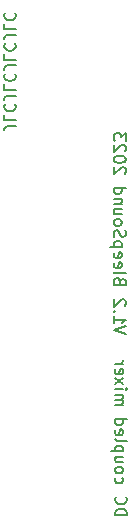
<source format=gbo>
G04 #@! TF.GenerationSoftware,KiCad,Pcbnew,7.0.7-7.0.7~ubuntu22.04.1*
G04 #@! TF.CreationDate,2023-10-13T14:43:24+01:00*
G04 #@! TF.ProjectId,Basic-DC-mixer,42617369-632d-4444-932d-6d697865722e,rev?*
G04 #@! TF.SameCoordinates,Original*
G04 #@! TF.FileFunction,Legend,Bot*
G04 #@! TF.FilePolarity,Positive*
%FSLAX46Y46*%
G04 Gerber Fmt 4.6, Leading zero omitted, Abs format (unit mm)*
G04 Created by KiCad (PCBNEW 7.0.7-7.0.7~ubuntu22.04.1) date 2023-10-13 14:43:24*
%MOMM*%
%LPD*%
G01*
G04 APERTURE LIST*
%ADD10C,0.150000*%
%ADD11C,0.100000*%
%ADD12O,6.700000X4.200000*%
G04 APERTURE END LIST*
D10*
X82445180Y-110600000D02*
X83445180Y-110600000D01*
X83445180Y-110600000D02*
X83445180Y-110361905D01*
X83445180Y-110361905D02*
X83397561Y-110219048D01*
X83397561Y-110219048D02*
X83302323Y-110123810D01*
X83302323Y-110123810D02*
X83207085Y-110076191D01*
X83207085Y-110076191D02*
X83016609Y-110028572D01*
X83016609Y-110028572D02*
X82873752Y-110028572D01*
X82873752Y-110028572D02*
X82683276Y-110076191D01*
X82683276Y-110076191D02*
X82588038Y-110123810D01*
X82588038Y-110123810D02*
X82492800Y-110219048D01*
X82492800Y-110219048D02*
X82445180Y-110361905D01*
X82445180Y-110361905D02*
X82445180Y-110600000D01*
X82540419Y-109028572D02*
X82492800Y-109076191D01*
X82492800Y-109076191D02*
X82445180Y-109219048D01*
X82445180Y-109219048D02*
X82445180Y-109314286D01*
X82445180Y-109314286D02*
X82492800Y-109457143D01*
X82492800Y-109457143D02*
X82588038Y-109552381D01*
X82588038Y-109552381D02*
X82683276Y-109600000D01*
X82683276Y-109600000D02*
X82873752Y-109647619D01*
X82873752Y-109647619D02*
X83016609Y-109647619D01*
X83016609Y-109647619D02*
X83207085Y-109600000D01*
X83207085Y-109600000D02*
X83302323Y-109552381D01*
X83302323Y-109552381D02*
X83397561Y-109457143D01*
X83397561Y-109457143D02*
X83445180Y-109314286D01*
X83445180Y-109314286D02*
X83445180Y-109219048D01*
X83445180Y-109219048D02*
X83397561Y-109076191D01*
X83397561Y-109076191D02*
X83349942Y-109028572D01*
X82492800Y-107409524D02*
X82445180Y-107504762D01*
X82445180Y-107504762D02*
X82445180Y-107695238D01*
X82445180Y-107695238D02*
X82492800Y-107790476D01*
X82492800Y-107790476D02*
X82540419Y-107838095D01*
X82540419Y-107838095D02*
X82635657Y-107885714D01*
X82635657Y-107885714D02*
X82921371Y-107885714D01*
X82921371Y-107885714D02*
X83016609Y-107838095D01*
X83016609Y-107838095D02*
X83064228Y-107790476D01*
X83064228Y-107790476D02*
X83111847Y-107695238D01*
X83111847Y-107695238D02*
X83111847Y-107504762D01*
X83111847Y-107504762D02*
X83064228Y-107409524D01*
X82445180Y-106838095D02*
X82492800Y-106933333D01*
X82492800Y-106933333D02*
X82540419Y-106980952D01*
X82540419Y-106980952D02*
X82635657Y-107028571D01*
X82635657Y-107028571D02*
X82921371Y-107028571D01*
X82921371Y-107028571D02*
X83016609Y-106980952D01*
X83016609Y-106980952D02*
X83064228Y-106933333D01*
X83064228Y-106933333D02*
X83111847Y-106838095D01*
X83111847Y-106838095D02*
X83111847Y-106695238D01*
X83111847Y-106695238D02*
X83064228Y-106600000D01*
X83064228Y-106600000D02*
X83016609Y-106552381D01*
X83016609Y-106552381D02*
X82921371Y-106504762D01*
X82921371Y-106504762D02*
X82635657Y-106504762D01*
X82635657Y-106504762D02*
X82540419Y-106552381D01*
X82540419Y-106552381D02*
X82492800Y-106600000D01*
X82492800Y-106600000D02*
X82445180Y-106695238D01*
X82445180Y-106695238D02*
X82445180Y-106838095D01*
X83111847Y-105647619D02*
X82445180Y-105647619D01*
X83111847Y-106076190D02*
X82588038Y-106076190D01*
X82588038Y-106076190D02*
X82492800Y-106028571D01*
X82492800Y-106028571D02*
X82445180Y-105933333D01*
X82445180Y-105933333D02*
X82445180Y-105790476D01*
X82445180Y-105790476D02*
X82492800Y-105695238D01*
X82492800Y-105695238D02*
X82540419Y-105647619D01*
X83111847Y-105171428D02*
X82111847Y-105171428D01*
X83064228Y-105171428D02*
X83111847Y-105076190D01*
X83111847Y-105076190D02*
X83111847Y-104885714D01*
X83111847Y-104885714D02*
X83064228Y-104790476D01*
X83064228Y-104790476D02*
X83016609Y-104742857D01*
X83016609Y-104742857D02*
X82921371Y-104695238D01*
X82921371Y-104695238D02*
X82635657Y-104695238D01*
X82635657Y-104695238D02*
X82540419Y-104742857D01*
X82540419Y-104742857D02*
X82492800Y-104790476D01*
X82492800Y-104790476D02*
X82445180Y-104885714D01*
X82445180Y-104885714D02*
X82445180Y-105076190D01*
X82445180Y-105076190D02*
X82492800Y-105171428D01*
X82445180Y-104123809D02*
X82492800Y-104219047D01*
X82492800Y-104219047D02*
X82588038Y-104266666D01*
X82588038Y-104266666D02*
X83445180Y-104266666D01*
X82492800Y-103361904D02*
X82445180Y-103457142D01*
X82445180Y-103457142D02*
X82445180Y-103647618D01*
X82445180Y-103647618D02*
X82492800Y-103742856D01*
X82492800Y-103742856D02*
X82588038Y-103790475D01*
X82588038Y-103790475D02*
X82968990Y-103790475D01*
X82968990Y-103790475D02*
X83064228Y-103742856D01*
X83064228Y-103742856D02*
X83111847Y-103647618D01*
X83111847Y-103647618D02*
X83111847Y-103457142D01*
X83111847Y-103457142D02*
X83064228Y-103361904D01*
X83064228Y-103361904D02*
X82968990Y-103314285D01*
X82968990Y-103314285D02*
X82873752Y-103314285D01*
X82873752Y-103314285D02*
X82778514Y-103790475D01*
X82445180Y-102457142D02*
X83445180Y-102457142D01*
X82492800Y-102457142D02*
X82445180Y-102552380D01*
X82445180Y-102552380D02*
X82445180Y-102742856D01*
X82445180Y-102742856D02*
X82492800Y-102838094D01*
X82492800Y-102838094D02*
X82540419Y-102885713D01*
X82540419Y-102885713D02*
X82635657Y-102933332D01*
X82635657Y-102933332D02*
X82921371Y-102933332D01*
X82921371Y-102933332D02*
X83016609Y-102885713D01*
X83016609Y-102885713D02*
X83064228Y-102838094D01*
X83064228Y-102838094D02*
X83111847Y-102742856D01*
X83111847Y-102742856D02*
X83111847Y-102552380D01*
X83111847Y-102552380D02*
X83064228Y-102457142D01*
X82445180Y-101219046D02*
X83111847Y-101219046D01*
X83016609Y-101219046D02*
X83064228Y-101171427D01*
X83064228Y-101171427D02*
X83111847Y-101076189D01*
X83111847Y-101076189D02*
X83111847Y-100933332D01*
X83111847Y-100933332D02*
X83064228Y-100838094D01*
X83064228Y-100838094D02*
X82968990Y-100790475D01*
X82968990Y-100790475D02*
X82445180Y-100790475D01*
X82968990Y-100790475D02*
X83064228Y-100742856D01*
X83064228Y-100742856D02*
X83111847Y-100647618D01*
X83111847Y-100647618D02*
X83111847Y-100504761D01*
X83111847Y-100504761D02*
X83064228Y-100409522D01*
X83064228Y-100409522D02*
X82968990Y-100361903D01*
X82968990Y-100361903D02*
X82445180Y-100361903D01*
X82445180Y-99885713D02*
X83111847Y-99885713D01*
X83445180Y-99885713D02*
X83397561Y-99933332D01*
X83397561Y-99933332D02*
X83349942Y-99885713D01*
X83349942Y-99885713D02*
X83397561Y-99838094D01*
X83397561Y-99838094D02*
X83445180Y-99885713D01*
X83445180Y-99885713D02*
X83349942Y-99885713D01*
X82445180Y-99504761D02*
X83111847Y-98980952D01*
X83111847Y-99504761D02*
X82445180Y-98980952D01*
X82492800Y-98219047D02*
X82445180Y-98314285D01*
X82445180Y-98314285D02*
X82445180Y-98504761D01*
X82445180Y-98504761D02*
X82492800Y-98599999D01*
X82492800Y-98599999D02*
X82588038Y-98647618D01*
X82588038Y-98647618D02*
X82968990Y-98647618D01*
X82968990Y-98647618D02*
X83064228Y-98599999D01*
X83064228Y-98599999D02*
X83111847Y-98504761D01*
X83111847Y-98504761D02*
X83111847Y-98314285D01*
X83111847Y-98314285D02*
X83064228Y-98219047D01*
X83064228Y-98219047D02*
X82968990Y-98171428D01*
X82968990Y-98171428D02*
X82873752Y-98171428D01*
X82873752Y-98171428D02*
X82778514Y-98647618D01*
X82445180Y-97742856D02*
X83111847Y-97742856D01*
X82921371Y-97742856D02*
X83016609Y-97695237D01*
X83016609Y-97695237D02*
X83064228Y-97647618D01*
X83064228Y-97647618D02*
X83111847Y-97552380D01*
X83111847Y-97552380D02*
X83111847Y-97457142D01*
X83345180Y-95247619D02*
X82345180Y-94914286D01*
X82345180Y-94914286D02*
X83345180Y-94580953D01*
X82345180Y-93723810D02*
X82345180Y-94295238D01*
X82345180Y-94009524D02*
X83345180Y-94009524D01*
X83345180Y-94009524D02*
X83202323Y-94104762D01*
X83202323Y-94104762D02*
X83107085Y-94200000D01*
X83107085Y-94200000D02*
X83059466Y-94295238D01*
X82440419Y-93295238D02*
X82392800Y-93247619D01*
X82392800Y-93247619D02*
X82345180Y-93295238D01*
X82345180Y-93295238D02*
X82392800Y-93342857D01*
X82392800Y-93342857D02*
X82440419Y-93295238D01*
X82440419Y-93295238D02*
X82345180Y-93295238D01*
X83249942Y-92866667D02*
X83297561Y-92819048D01*
X83297561Y-92819048D02*
X83345180Y-92723810D01*
X83345180Y-92723810D02*
X83345180Y-92485715D01*
X83345180Y-92485715D02*
X83297561Y-92390477D01*
X83297561Y-92390477D02*
X83249942Y-92342858D01*
X83249942Y-92342858D02*
X83154704Y-92295239D01*
X83154704Y-92295239D02*
X83059466Y-92295239D01*
X83059466Y-92295239D02*
X82916609Y-92342858D01*
X82916609Y-92342858D02*
X82345180Y-92914286D01*
X82345180Y-92914286D02*
X82345180Y-92295239D01*
X82868990Y-90771429D02*
X82821371Y-90628572D01*
X82821371Y-90628572D02*
X82773752Y-90580953D01*
X82773752Y-90580953D02*
X82678514Y-90533334D01*
X82678514Y-90533334D02*
X82535657Y-90533334D01*
X82535657Y-90533334D02*
X82440419Y-90580953D01*
X82440419Y-90580953D02*
X82392800Y-90628572D01*
X82392800Y-90628572D02*
X82345180Y-90723810D01*
X82345180Y-90723810D02*
X82345180Y-91104762D01*
X82345180Y-91104762D02*
X83345180Y-91104762D01*
X83345180Y-91104762D02*
X83345180Y-90771429D01*
X83345180Y-90771429D02*
X83297561Y-90676191D01*
X83297561Y-90676191D02*
X83249942Y-90628572D01*
X83249942Y-90628572D02*
X83154704Y-90580953D01*
X83154704Y-90580953D02*
X83059466Y-90580953D01*
X83059466Y-90580953D02*
X82964228Y-90628572D01*
X82964228Y-90628572D02*
X82916609Y-90676191D01*
X82916609Y-90676191D02*
X82868990Y-90771429D01*
X82868990Y-90771429D02*
X82868990Y-91104762D01*
X82345180Y-89961905D02*
X82392800Y-90057143D01*
X82392800Y-90057143D02*
X82488038Y-90104762D01*
X82488038Y-90104762D02*
X83345180Y-90104762D01*
X82392800Y-89200000D02*
X82345180Y-89295238D01*
X82345180Y-89295238D02*
X82345180Y-89485714D01*
X82345180Y-89485714D02*
X82392800Y-89580952D01*
X82392800Y-89580952D02*
X82488038Y-89628571D01*
X82488038Y-89628571D02*
X82868990Y-89628571D01*
X82868990Y-89628571D02*
X82964228Y-89580952D01*
X82964228Y-89580952D02*
X83011847Y-89485714D01*
X83011847Y-89485714D02*
X83011847Y-89295238D01*
X83011847Y-89295238D02*
X82964228Y-89200000D01*
X82964228Y-89200000D02*
X82868990Y-89152381D01*
X82868990Y-89152381D02*
X82773752Y-89152381D01*
X82773752Y-89152381D02*
X82678514Y-89628571D01*
X82392800Y-88342857D02*
X82345180Y-88438095D01*
X82345180Y-88438095D02*
X82345180Y-88628571D01*
X82345180Y-88628571D02*
X82392800Y-88723809D01*
X82392800Y-88723809D02*
X82488038Y-88771428D01*
X82488038Y-88771428D02*
X82868990Y-88771428D01*
X82868990Y-88771428D02*
X82964228Y-88723809D01*
X82964228Y-88723809D02*
X83011847Y-88628571D01*
X83011847Y-88628571D02*
X83011847Y-88438095D01*
X83011847Y-88438095D02*
X82964228Y-88342857D01*
X82964228Y-88342857D02*
X82868990Y-88295238D01*
X82868990Y-88295238D02*
X82773752Y-88295238D01*
X82773752Y-88295238D02*
X82678514Y-88771428D01*
X83011847Y-87866666D02*
X82011847Y-87866666D01*
X82964228Y-87866666D02*
X83011847Y-87771428D01*
X83011847Y-87771428D02*
X83011847Y-87580952D01*
X83011847Y-87580952D02*
X82964228Y-87485714D01*
X82964228Y-87485714D02*
X82916609Y-87438095D01*
X82916609Y-87438095D02*
X82821371Y-87390476D01*
X82821371Y-87390476D02*
X82535657Y-87390476D01*
X82535657Y-87390476D02*
X82440419Y-87438095D01*
X82440419Y-87438095D02*
X82392800Y-87485714D01*
X82392800Y-87485714D02*
X82345180Y-87580952D01*
X82345180Y-87580952D02*
X82345180Y-87771428D01*
X82345180Y-87771428D02*
X82392800Y-87866666D01*
X82392800Y-87009523D02*
X82345180Y-86866666D01*
X82345180Y-86866666D02*
X82345180Y-86628571D01*
X82345180Y-86628571D02*
X82392800Y-86533333D01*
X82392800Y-86533333D02*
X82440419Y-86485714D01*
X82440419Y-86485714D02*
X82535657Y-86438095D01*
X82535657Y-86438095D02*
X82630895Y-86438095D01*
X82630895Y-86438095D02*
X82726133Y-86485714D01*
X82726133Y-86485714D02*
X82773752Y-86533333D01*
X82773752Y-86533333D02*
X82821371Y-86628571D01*
X82821371Y-86628571D02*
X82868990Y-86819047D01*
X82868990Y-86819047D02*
X82916609Y-86914285D01*
X82916609Y-86914285D02*
X82964228Y-86961904D01*
X82964228Y-86961904D02*
X83059466Y-87009523D01*
X83059466Y-87009523D02*
X83154704Y-87009523D01*
X83154704Y-87009523D02*
X83249942Y-86961904D01*
X83249942Y-86961904D02*
X83297561Y-86914285D01*
X83297561Y-86914285D02*
X83345180Y-86819047D01*
X83345180Y-86819047D02*
X83345180Y-86580952D01*
X83345180Y-86580952D02*
X83297561Y-86438095D01*
X82345180Y-85866666D02*
X82392800Y-85961904D01*
X82392800Y-85961904D02*
X82440419Y-86009523D01*
X82440419Y-86009523D02*
X82535657Y-86057142D01*
X82535657Y-86057142D02*
X82821371Y-86057142D01*
X82821371Y-86057142D02*
X82916609Y-86009523D01*
X82916609Y-86009523D02*
X82964228Y-85961904D01*
X82964228Y-85961904D02*
X83011847Y-85866666D01*
X83011847Y-85866666D02*
X83011847Y-85723809D01*
X83011847Y-85723809D02*
X82964228Y-85628571D01*
X82964228Y-85628571D02*
X82916609Y-85580952D01*
X82916609Y-85580952D02*
X82821371Y-85533333D01*
X82821371Y-85533333D02*
X82535657Y-85533333D01*
X82535657Y-85533333D02*
X82440419Y-85580952D01*
X82440419Y-85580952D02*
X82392800Y-85628571D01*
X82392800Y-85628571D02*
X82345180Y-85723809D01*
X82345180Y-85723809D02*
X82345180Y-85866666D01*
X83011847Y-84676190D02*
X82345180Y-84676190D01*
X83011847Y-85104761D02*
X82488038Y-85104761D01*
X82488038Y-85104761D02*
X82392800Y-85057142D01*
X82392800Y-85057142D02*
X82345180Y-84961904D01*
X82345180Y-84961904D02*
X82345180Y-84819047D01*
X82345180Y-84819047D02*
X82392800Y-84723809D01*
X82392800Y-84723809D02*
X82440419Y-84676190D01*
X83011847Y-84199999D02*
X82345180Y-84199999D01*
X82916609Y-84199999D02*
X82964228Y-84152380D01*
X82964228Y-84152380D02*
X83011847Y-84057142D01*
X83011847Y-84057142D02*
X83011847Y-83914285D01*
X83011847Y-83914285D02*
X82964228Y-83819047D01*
X82964228Y-83819047D02*
X82868990Y-83771428D01*
X82868990Y-83771428D02*
X82345180Y-83771428D01*
X82345180Y-82866666D02*
X83345180Y-82866666D01*
X82392800Y-82866666D02*
X82345180Y-82961904D01*
X82345180Y-82961904D02*
X82345180Y-83152380D01*
X82345180Y-83152380D02*
X82392800Y-83247618D01*
X82392800Y-83247618D02*
X82440419Y-83295237D01*
X82440419Y-83295237D02*
X82535657Y-83342856D01*
X82535657Y-83342856D02*
X82821371Y-83342856D01*
X82821371Y-83342856D02*
X82916609Y-83295237D01*
X82916609Y-83295237D02*
X82964228Y-83247618D01*
X82964228Y-83247618D02*
X83011847Y-83152380D01*
X83011847Y-83152380D02*
X83011847Y-82961904D01*
X83011847Y-82961904D02*
X82964228Y-82866666D01*
X83249942Y-81676189D02*
X83297561Y-81628570D01*
X83297561Y-81628570D02*
X83345180Y-81533332D01*
X83345180Y-81533332D02*
X83345180Y-81295237D01*
X83345180Y-81295237D02*
X83297561Y-81199999D01*
X83297561Y-81199999D02*
X83249942Y-81152380D01*
X83249942Y-81152380D02*
X83154704Y-81104761D01*
X83154704Y-81104761D02*
X83059466Y-81104761D01*
X83059466Y-81104761D02*
X82916609Y-81152380D01*
X82916609Y-81152380D02*
X82345180Y-81723808D01*
X82345180Y-81723808D02*
X82345180Y-81104761D01*
X83345180Y-80485713D02*
X83345180Y-80390475D01*
X83345180Y-80390475D02*
X83297561Y-80295237D01*
X83297561Y-80295237D02*
X83249942Y-80247618D01*
X83249942Y-80247618D02*
X83154704Y-80199999D01*
X83154704Y-80199999D02*
X82964228Y-80152380D01*
X82964228Y-80152380D02*
X82726133Y-80152380D01*
X82726133Y-80152380D02*
X82535657Y-80199999D01*
X82535657Y-80199999D02*
X82440419Y-80247618D01*
X82440419Y-80247618D02*
X82392800Y-80295237D01*
X82392800Y-80295237D02*
X82345180Y-80390475D01*
X82345180Y-80390475D02*
X82345180Y-80485713D01*
X82345180Y-80485713D02*
X82392800Y-80580951D01*
X82392800Y-80580951D02*
X82440419Y-80628570D01*
X82440419Y-80628570D02*
X82535657Y-80676189D01*
X82535657Y-80676189D02*
X82726133Y-80723808D01*
X82726133Y-80723808D02*
X82964228Y-80723808D01*
X82964228Y-80723808D02*
X83154704Y-80676189D01*
X83154704Y-80676189D02*
X83249942Y-80628570D01*
X83249942Y-80628570D02*
X83297561Y-80580951D01*
X83297561Y-80580951D02*
X83345180Y-80485713D01*
X83249942Y-79771427D02*
X83297561Y-79723808D01*
X83297561Y-79723808D02*
X83345180Y-79628570D01*
X83345180Y-79628570D02*
X83345180Y-79390475D01*
X83345180Y-79390475D02*
X83297561Y-79295237D01*
X83297561Y-79295237D02*
X83249942Y-79247618D01*
X83249942Y-79247618D02*
X83154704Y-79199999D01*
X83154704Y-79199999D02*
X83059466Y-79199999D01*
X83059466Y-79199999D02*
X82916609Y-79247618D01*
X82916609Y-79247618D02*
X82345180Y-79819046D01*
X82345180Y-79819046D02*
X82345180Y-79199999D01*
X83345180Y-78866665D02*
X83345180Y-78247618D01*
X83345180Y-78247618D02*
X82964228Y-78580951D01*
X82964228Y-78580951D02*
X82964228Y-78438094D01*
X82964228Y-78438094D02*
X82916609Y-78342856D01*
X82916609Y-78342856D02*
X82868990Y-78295237D01*
X82868990Y-78295237D02*
X82773752Y-78247618D01*
X82773752Y-78247618D02*
X82535657Y-78247618D01*
X82535657Y-78247618D02*
X82440419Y-78295237D01*
X82440419Y-78295237D02*
X82392800Y-78342856D01*
X82392800Y-78342856D02*
X82345180Y-78438094D01*
X82345180Y-78438094D02*
X82345180Y-78723808D01*
X82345180Y-78723808D02*
X82392800Y-78819046D01*
X82392800Y-78819046D02*
X82440419Y-78866665D01*
X74045180Y-77619048D02*
X73330895Y-77619048D01*
X73330895Y-77619048D02*
X73188038Y-77666667D01*
X73188038Y-77666667D02*
X73092800Y-77761905D01*
X73092800Y-77761905D02*
X73045180Y-77904762D01*
X73045180Y-77904762D02*
X73045180Y-78000000D01*
X73045180Y-76666667D02*
X73045180Y-77142857D01*
X73045180Y-77142857D02*
X74045180Y-77142857D01*
X73140419Y-75761905D02*
X73092800Y-75809524D01*
X73092800Y-75809524D02*
X73045180Y-75952381D01*
X73045180Y-75952381D02*
X73045180Y-76047619D01*
X73045180Y-76047619D02*
X73092800Y-76190476D01*
X73092800Y-76190476D02*
X73188038Y-76285714D01*
X73188038Y-76285714D02*
X73283276Y-76333333D01*
X73283276Y-76333333D02*
X73473752Y-76380952D01*
X73473752Y-76380952D02*
X73616609Y-76380952D01*
X73616609Y-76380952D02*
X73807085Y-76333333D01*
X73807085Y-76333333D02*
X73902323Y-76285714D01*
X73902323Y-76285714D02*
X73997561Y-76190476D01*
X73997561Y-76190476D02*
X74045180Y-76047619D01*
X74045180Y-76047619D02*
X74045180Y-75952381D01*
X74045180Y-75952381D02*
X73997561Y-75809524D01*
X73997561Y-75809524D02*
X73949942Y-75761905D01*
X74045180Y-75047619D02*
X73330895Y-75047619D01*
X73330895Y-75047619D02*
X73188038Y-75095238D01*
X73188038Y-75095238D02*
X73092800Y-75190476D01*
X73092800Y-75190476D02*
X73045180Y-75333333D01*
X73045180Y-75333333D02*
X73045180Y-75428571D01*
X73045180Y-74095238D02*
X73045180Y-74571428D01*
X73045180Y-74571428D02*
X74045180Y-74571428D01*
X73140419Y-73190476D02*
X73092800Y-73238095D01*
X73092800Y-73238095D02*
X73045180Y-73380952D01*
X73045180Y-73380952D02*
X73045180Y-73476190D01*
X73045180Y-73476190D02*
X73092800Y-73619047D01*
X73092800Y-73619047D02*
X73188038Y-73714285D01*
X73188038Y-73714285D02*
X73283276Y-73761904D01*
X73283276Y-73761904D02*
X73473752Y-73809523D01*
X73473752Y-73809523D02*
X73616609Y-73809523D01*
X73616609Y-73809523D02*
X73807085Y-73761904D01*
X73807085Y-73761904D02*
X73902323Y-73714285D01*
X73902323Y-73714285D02*
X73997561Y-73619047D01*
X73997561Y-73619047D02*
X74045180Y-73476190D01*
X74045180Y-73476190D02*
X74045180Y-73380952D01*
X74045180Y-73380952D02*
X73997561Y-73238095D01*
X73997561Y-73238095D02*
X73949942Y-73190476D01*
X74045180Y-72476190D02*
X73330895Y-72476190D01*
X73330895Y-72476190D02*
X73188038Y-72523809D01*
X73188038Y-72523809D02*
X73092800Y-72619047D01*
X73092800Y-72619047D02*
X73045180Y-72761904D01*
X73045180Y-72761904D02*
X73045180Y-72857142D01*
X73045180Y-71523809D02*
X73045180Y-71999999D01*
X73045180Y-71999999D02*
X74045180Y-71999999D01*
X73140419Y-70619047D02*
X73092800Y-70666666D01*
X73092800Y-70666666D02*
X73045180Y-70809523D01*
X73045180Y-70809523D02*
X73045180Y-70904761D01*
X73045180Y-70904761D02*
X73092800Y-71047618D01*
X73092800Y-71047618D02*
X73188038Y-71142856D01*
X73188038Y-71142856D02*
X73283276Y-71190475D01*
X73283276Y-71190475D02*
X73473752Y-71238094D01*
X73473752Y-71238094D02*
X73616609Y-71238094D01*
X73616609Y-71238094D02*
X73807085Y-71190475D01*
X73807085Y-71190475D02*
X73902323Y-71142856D01*
X73902323Y-71142856D02*
X73997561Y-71047618D01*
X73997561Y-71047618D02*
X74045180Y-70904761D01*
X74045180Y-70904761D02*
X74045180Y-70809523D01*
X74045180Y-70809523D02*
X73997561Y-70666666D01*
X73997561Y-70666666D02*
X73949942Y-70619047D01*
X74045180Y-69904761D02*
X73330895Y-69904761D01*
X73330895Y-69904761D02*
X73188038Y-69952380D01*
X73188038Y-69952380D02*
X73092800Y-70047618D01*
X73092800Y-70047618D02*
X73045180Y-70190475D01*
X73045180Y-70190475D02*
X73045180Y-70285713D01*
X73045180Y-68952380D02*
X73045180Y-69428570D01*
X73045180Y-69428570D02*
X74045180Y-69428570D01*
X73140419Y-68047618D02*
X73092800Y-68095237D01*
X73092800Y-68095237D02*
X73045180Y-68238094D01*
X73045180Y-68238094D02*
X73045180Y-68333332D01*
X73045180Y-68333332D02*
X73092800Y-68476189D01*
X73092800Y-68476189D02*
X73188038Y-68571427D01*
X73188038Y-68571427D02*
X73283276Y-68619046D01*
X73283276Y-68619046D02*
X73473752Y-68666665D01*
X73473752Y-68666665D02*
X73616609Y-68666665D01*
X73616609Y-68666665D02*
X73807085Y-68619046D01*
X73807085Y-68619046D02*
X73902323Y-68571427D01*
X73902323Y-68571427D02*
X73997561Y-68476189D01*
X73997561Y-68476189D02*
X74045180Y-68333332D01*
X74045180Y-68333332D02*
X74045180Y-68238094D01*
X74045180Y-68238094D02*
X73997561Y-68095237D01*
X73997561Y-68095237D02*
X73949942Y-68047618D01*
%LPC*%
D11*
X91000000Y-52500000D02*
X86000000Y-52500000D01*
X86000000Y-47500000D01*
X91000000Y-47500000D01*
X91000000Y-52500000D01*
G36*
X91000000Y-52500000D02*
G01*
X86000000Y-52500000D01*
X86000000Y-47500000D01*
X91000000Y-47500000D01*
X91000000Y-52500000D01*
G37*
X91000000Y-120000000D02*
X86000000Y-120000000D01*
X86000000Y-115000000D01*
X91000000Y-115000000D01*
X91000000Y-120000000D01*
G36*
X91000000Y-120000000D02*
G01*
X86000000Y-120000000D01*
X86000000Y-115000000D01*
X91000000Y-115000000D01*
X91000000Y-120000000D01*
G37*
X91000000Y-75000000D02*
X86000000Y-75000000D01*
X86000000Y-70000000D01*
X91000000Y-70000000D01*
X91000000Y-75000000D01*
G36*
X91000000Y-75000000D02*
G01*
X86000000Y-75000000D01*
X86000000Y-70000000D01*
X91000000Y-70000000D01*
X91000000Y-75000000D01*
G37*
X91000000Y-97500000D02*
X86000000Y-97500000D01*
X86000000Y-92500000D01*
X91000000Y-92500000D01*
X91000000Y-97500000D01*
G36*
X91000000Y-97500000D02*
G01*
X86000000Y-97500000D01*
X86000000Y-92500000D01*
X91000000Y-92500000D01*
X91000000Y-97500000D01*
G37*
D12*
X79500000Y-147000000D03*
X79500000Y-25000000D03*
X104500000Y-147000000D03*
X104500000Y-25000000D03*
%LPD*%
M02*

</source>
